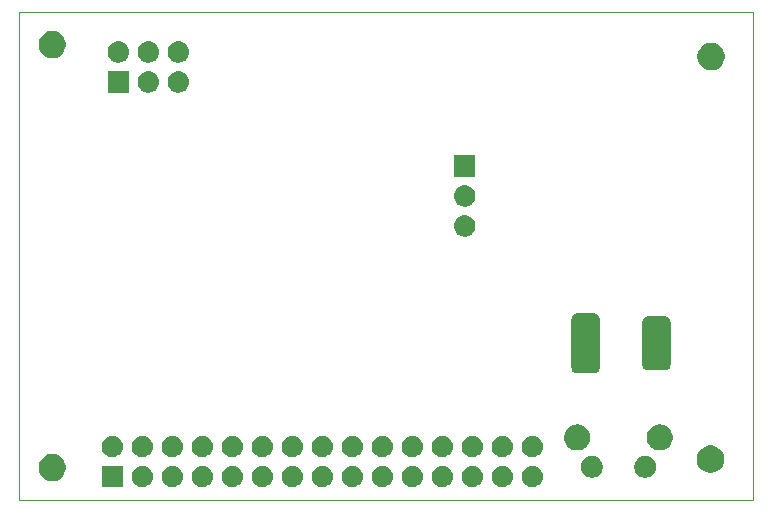
<source format=gbr>
G04 #@! TF.GenerationSoftware,KiCad,Pcbnew,(6.0.0-rc1-dev-1030-g80d50d98b)*
G04 #@! TF.CreationDate,2019-01-07T10:15:23-07:00*
G04 #@! TF.ProjectId,airmed_board_w1.0,6169726D65645F626F6172645F77312E,rev?*
G04 #@! TF.SameCoordinates,Original*
G04 #@! TF.FileFunction,Soldermask,Bot*
G04 #@! TF.FilePolarity,Negative*
%FSLAX46Y46*%
G04 Gerber Fmt 4.6, Leading zero omitted, Abs format (unit mm)*
G04 Created by KiCad (PCBNEW (6.0.0-rc1-dev-1030-g80d50d98b)) date Monday, January 07, 2019 at 10:15:23 AM*
%MOMM*%
%LPD*%
G01*
G04 APERTURE LIST*
%ADD10C,0.050000*%
%ADD11C,0.100000*%
G04 APERTURE END LIST*
D10*
X113487200Y-131826000D02*
X113487200Y-116027200D01*
X175641000Y-131826000D02*
X113487200Y-131826000D01*
X175641000Y-90474800D02*
X175641000Y-131826000D01*
X113487200Y-90474800D02*
X175641000Y-90474800D01*
X113487200Y-91948000D02*
X113487200Y-90474800D01*
X113487200Y-116027200D02*
X113487200Y-91948000D01*
D11*
G36*
X157082442Y-128899518D02*
X157148627Y-128906037D01*
X157261853Y-128940384D01*
X157318467Y-128957557D01*
X157457087Y-129031652D01*
X157474991Y-129041222D01*
X157491198Y-129054523D01*
X157612186Y-129153814D01*
X157692193Y-129251304D01*
X157724778Y-129291009D01*
X157724779Y-129291011D01*
X157808443Y-129447533D01*
X157808443Y-129447534D01*
X157859963Y-129617373D01*
X157877359Y-129794000D01*
X157859963Y-129970627D01*
X157825616Y-130083853D01*
X157808443Y-130140467D01*
X157785708Y-130183000D01*
X157724778Y-130296991D01*
X157695448Y-130332729D01*
X157612186Y-130434186D01*
X157510729Y-130517448D01*
X157474991Y-130546778D01*
X157474989Y-130546779D01*
X157318467Y-130630443D01*
X157261853Y-130647616D01*
X157148627Y-130681963D01*
X157082443Y-130688481D01*
X157016260Y-130695000D01*
X156927740Y-130695000D01*
X156861557Y-130688481D01*
X156795373Y-130681963D01*
X156682147Y-130647616D01*
X156625533Y-130630443D01*
X156469011Y-130546779D01*
X156469009Y-130546778D01*
X156433271Y-130517448D01*
X156331814Y-130434186D01*
X156248552Y-130332729D01*
X156219222Y-130296991D01*
X156158292Y-130183000D01*
X156135557Y-130140467D01*
X156118384Y-130083853D01*
X156084037Y-129970627D01*
X156066641Y-129794000D01*
X156084037Y-129617373D01*
X156135557Y-129447534D01*
X156135557Y-129447533D01*
X156219221Y-129291011D01*
X156219222Y-129291009D01*
X156251807Y-129251304D01*
X156331814Y-129153814D01*
X156452802Y-129054523D01*
X156469009Y-129041222D01*
X156486913Y-129031652D01*
X156625533Y-128957557D01*
X156682147Y-128940384D01*
X156795373Y-128906037D01*
X156861558Y-128899518D01*
X156927740Y-128893000D01*
X157016260Y-128893000D01*
X157082442Y-128899518D01*
X157082442Y-128899518D01*
G37*
G36*
X154542442Y-128899518D02*
X154608627Y-128906037D01*
X154721853Y-128940384D01*
X154778467Y-128957557D01*
X154917087Y-129031652D01*
X154934991Y-129041222D01*
X154951198Y-129054523D01*
X155072186Y-129153814D01*
X155152193Y-129251304D01*
X155184778Y-129291009D01*
X155184779Y-129291011D01*
X155268443Y-129447533D01*
X155268443Y-129447534D01*
X155319963Y-129617373D01*
X155337359Y-129794000D01*
X155319963Y-129970627D01*
X155285616Y-130083853D01*
X155268443Y-130140467D01*
X155245708Y-130183000D01*
X155184778Y-130296991D01*
X155155448Y-130332729D01*
X155072186Y-130434186D01*
X154970729Y-130517448D01*
X154934991Y-130546778D01*
X154934989Y-130546779D01*
X154778467Y-130630443D01*
X154721853Y-130647616D01*
X154608627Y-130681963D01*
X154542443Y-130688481D01*
X154476260Y-130695000D01*
X154387740Y-130695000D01*
X154321557Y-130688481D01*
X154255373Y-130681963D01*
X154142147Y-130647616D01*
X154085533Y-130630443D01*
X153929011Y-130546779D01*
X153929009Y-130546778D01*
X153893271Y-130517448D01*
X153791814Y-130434186D01*
X153708552Y-130332729D01*
X153679222Y-130296991D01*
X153618292Y-130183000D01*
X153595557Y-130140467D01*
X153578384Y-130083853D01*
X153544037Y-129970627D01*
X153526641Y-129794000D01*
X153544037Y-129617373D01*
X153595557Y-129447534D01*
X153595557Y-129447533D01*
X153679221Y-129291011D01*
X153679222Y-129291009D01*
X153711807Y-129251304D01*
X153791814Y-129153814D01*
X153912802Y-129054523D01*
X153929009Y-129041222D01*
X153946913Y-129031652D01*
X154085533Y-128957557D01*
X154142147Y-128940384D01*
X154255373Y-128906037D01*
X154321558Y-128899518D01*
X154387740Y-128893000D01*
X154476260Y-128893000D01*
X154542442Y-128899518D01*
X154542442Y-128899518D01*
G37*
G36*
X152002442Y-128899518D02*
X152068627Y-128906037D01*
X152181853Y-128940384D01*
X152238467Y-128957557D01*
X152377087Y-129031652D01*
X152394991Y-129041222D01*
X152411198Y-129054523D01*
X152532186Y-129153814D01*
X152612193Y-129251304D01*
X152644778Y-129291009D01*
X152644779Y-129291011D01*
X152728443Y-129447533D01*
X152728443Y-129447534D01*
X152779963Y-129617373D01*
X152797359Y-129794000D01*
X152779963Y-129970627D01*
X152745616Y-130083853D01*
X152728443Y-130140467D01*
X152705708Y-130183000D01*
X152644778Y-130296991D01*
X152615448Y-130332729D01*
X152532186Y-130434186D01*
X152430729Y-130517448D01*
X152394991Y-130546778D01*
X152394989Y-130546779D01*
X152238467Y-130630443D01*
X152181853Y-130647616D01*
X152068627Y-130681963D01*
X152002443Y-130688481D01*
X151936260Y-130695000D01*
X151847740Y-130695000D01*
X151781557Y-130688481D01*
X151715373Y-130681963D01*
X151602147Y-130647616D01*
X151545533Y-130630443D01*
X151389011Y-130546779D01*
X151389009Y-130546778D01*
X151353271Y-130517448D01*
X151251814Y-130434186D01*
X151168552Y-130332729D01*
X151139222Y-130296991D01*
X151078292Y-130183000D01*
X151055557Y-130140467D01*
X151038384Y-130083853D01*
X151004037Y-129970627D01*
X150986641Y-129794000D01*
X151004037Y-129617373D01*
X151055557Y-129447534D01*
X151055557Y-129447533D01*
X151139221Y-129291011D01*
X151139222Y-129291009D01*
X151171807Y-129251304D01*
X151251814Y-129153814D01*
X151372802Y-129054523D01*
X151389009Y-129041222D01*
X151406913Y-129031652D01*
X151545533Y-128957557D01*
X151602147Y-128940384D01*
X151715373Y-128906037D01*
X151781558Y-128899518D01*
X151847740Y-128893000D01*
X151936260Y-128893000D01*
X152002442Y-128899518D01*
X152002442Y-128899518D01*
G37*
G36*
X149462442Y-128899518D02*
X149528627Y-128906037D01*
X149641853Y-128940384D01*
X149698467Y-128957557D01*
X149837087Y-129031652D01*
X149854991Y-129041222D01*
X149871198Y-129054523D01*
X149992186Y-129153814D01*
X150072193Y-129251304D01*
X150104778Y-129291009D01*
X150104779Y-129291011D01*
X150188443Y-129447533D01*
X150188443Y-129447534D01*
X150239963Y-129617373D01*
X150257359Y-129794000D01*
X150239963Y-129970627D01*
X150205616Y-130083853D01*
X150188443Y-130140467D01*
X150165708Y-130183000D01*
X150104778Y-130296991D01*
X150075448Y-130332729D01*
X149992186Y-130434186D01*
X149890729Y-130517448D01*
X149854991Y-130546778D01*
X149854989Y-130546779D01*
X149698467Y-130630443D01*
X149641853Y-130647616D01*
X149528627Y-130681963D01*
X149462443Y-130688481D01*
X149396260Y-130695000D01*
X149307740Y-130695000D01*
X149241557Y-130688481D01*
X149175373Y-130681963D01*
X149062147Y-130647616D01*
X149005533Y-130630443D01*
X148849011Y-130546779D01*
X148849009Y-130546778D01*
X148813271Y-130517448D01*
X148711814Y-130434186D01*
X148628552Y-130332729D01*
X148599222Y-130296991D01*
X148538292Y-130183000D01*
X148515557Y-130140467D01*
X148498384Y-130083853D01*
X148464037Y-129970627D01*
X148446641Y-129794000D01*
X148464037Y-129617373D01*
X148515557Y-129447534D01*
X148515557Y-129447533D01*
X148599221Y-129291011D01*
X148599222Y-129291009D01*
X148631807Y-129251304D01*
X148711814Y-129153814D01*
X148832802Y-129054523D01*
X148849009Y-129041222D01*
X148866913Y-129031652D01*
X149005533Y-128957557D01*
X149062147Y-128940384D01*
X149175373Y-128906037D01*
X149241558Y-128899518D01*
X149307740Y-128893000D01*
X149396260Y-128893000D01*
X149462442Y-128899518D01*
X149462442Y-128899518D01*
G37*
G36*
X146922442Y-128899518D02*
X146988627Y-128906037D01*
X147101853Y-128940384D01*
X147158467Y-128957557D01*
X147297087Y-129031652D01*
X147314991Y-129041222D01*
X147331198Y-129054523D01*
X147452186Y-129153814D01*
X147532193Y-129251304D01*
X147564778Y-129291009D01*
X147564779Y-129291011D01*
X147648443Y-129447533D01*
X147648443Y-129447534D01*
X147699963Y-129617373D01*
X147717359Y-129794000D01*
X147699963Y-129970627D01*
X147665616Y-130083853D01*
X147648443Y-130140467D01*
X147625708Y-130183000D01*
X147564778Y-130296991D01*
X147535448Y-130332729D01*
X147452186Y-130434186D01*
X147350729Y-130517448D01*
X147314991Y-130546778D01*
X147314989Y-130546779D01*
X147158467Y-130630443D01*
X147101853Y-130647616D01*
X146988627Y-130681963D01*
X146922443Y-130688481D01*
X146856260Y-130695000D01*
X146767740Y-130695000D01*
X146701557Y-130688481D01*
X146635373Y-130681963D01*
X146522147Y-130647616D01*
X146465533Y-130630443D01*
X146309011Y-130546779D01*
X146309009Y-130546778D01*
X146273271Y-130517448D01*
X146171814Y-130434186D01*
X146088552Y-130332729D01*
X146059222Y-130296991D01*
X145998292Y-130183000D01*
X145975557Y-130140467D01*
X145958384Y-130083853D01*
X145924037Y-129970627D01*
X145906641Y-129794000D01*
X145924037Y-129617373D01*
X145975557Y-129447534D01*
X145975557Y-129447533D01*
X146059221Y-129291011D01*
X146059222Y-129291009D01*
X146091807Y-129251304D01*
X146171814Y-129153814D01*
X146292802Y-129054523D01*
X146309009Y-129041222D01*
X146326913Y-129031652D01*
X146465533Y-128957557D01*
X146522147Y-128940384D01*
X146635373Y-128906037D01*
X146701558Y-128899518D01*
X146767740Y-128893000D01*
X146856260Y-128893000D01*
X146922442Y-128899518D01*
X146922442Y-128899518D01*
G37*
G36*
X144382442Y-128899518D02*
X144448627Y-128906037D01*
X144561853Y-128940384D01*
X144618467Y-128957557D01*
X144757087Y-129031652D01*
X144774991Y-129041222D01*
X144791198Y-129054523D01*
X144912186Y-129153814D01*
X144992193Y-129251304D01*
X145024778Y-129291009D01*
X145024779Y-129291011D01*
X145108443Y-129447533D01*
X145108443Y-129447534D01*
X145159963Y-129617373D01*
X145177359Y-129794000D01*
X145159963Y-129970627D01*
X145125616Y-130083853D01*
X145108443Y-130140467D01*
X145085708Y-130183000D01*
X145024778Y-130296991D01*
X144995448Y-130332729D01*
X144912186Y-130434186D01*
X144810729Y-130517448D01*
X144774991Y-130546778D01*
X144774989Y-130546779D01*
X144618467Y-130630443D01*
X144561853Y-130647616D01*
X144448627Y-130681963D01*
X144382443Y-130688481D01*
X144316260Y-130695000D01*
X144227740Y-130695000D01*
X144161557Y-130688481D01*
X144095373Y-130681963D01*
X143982147Y-130647616D01*
X143925533Y-130630443D01*
X143769011Y-130546779D01*
X143769009Y-130546778D01*
X143733271Y-130517448D01*
X143631814Y-130434186D01*
X143548552Y-130332729D01*
X143519222Y-130296991D01*
X143458292Y-130183000D01*
X143435557Y-130140467D01*
X143418384Y-130083853D01*
X143384037Y-129970627D01*
X143366641Y-129794000D01*
X143384037Y-129617373D01*
X143435557Y-129447534D01*
X143435557Y-129447533D01*
X143519221Y-129291011D01*
X143519222Y-129291009D01*
X143551807Y-129251304D01*
X143631814Y-129153814D01*
X143752802Y-129054523D01*
X143769009Y-129041222D01*
X143786913Y-129031652D01*
X143925533Y-128957557D01*
X143982147Y-128940384D01*
X144095373Y-128906037D01*
X144161558Y-128899518D01*
X144227740Y-128893000D01*
X144316260Y-128893000D01*
X144382442Y-128899518D01*
X144382442Y-128899518D01*
G37*
G36*
X141842442Y-128899518D02*
X141908627Y-128906037D01*
X142021853Y-128940384D01*
X142078467Y-128957557D01*
X142217087Y-129031652D01*
X142234991Y-129041222D01*
X142251198Y-129054523D01*
X142372186Y-129153814D01*
X142452193Y-129251304D01*
X142484778Y-129291009D01*
X142484779Y-129291011D01*
X142568443Y-129447533D01*
X142568443Y-129447534D01*
X142619963Y-129617373D01*
X142637359Y-129794000D01*
X142619963Y-129970627D01*
X142585616Y-130083853D01*
X142568443Y-130140467D01*
X142545708Y-130183000D01*
X142484778Y-130296991D01*
X142455448Y-130332729D01*
X142372186Y-130434186D01*
X142270729Y-130517448D01*
X142234991Y-130546778D01*
X142234989Y-130546779D01*
X142078467Y-130630443D01*
X142021853Y-130647616D01*
X141908627Y-130681963D01*
X141842443Y-130688481D01*
X141776260Y-130695000D01*
X141687740Y-130695000D01*
X141621557Y-130688481D01*
X141555373Y-130681963D01*
X141442147Y-130647616D01*
X141385533Y-130630443D01*
X141229011Y-130546779D01*
X141229009Y-130546778D01*
X141193271Y-130517448D01*
X141091814Y-130434186D01*
X141008552Y-130332729D01*
X140979222Y-130296991D01*
X140918292Y-130183000D01*
X140895557Y-130140467D01*
X140878384Y-130083853D01*
X140844037Y-129970627D01*
X140826641Y-129794000D01*
X140844037Y-129617373D01*
X140895557Y-129447534D01*
X140895557Y-129447533D01*
X140979221Y-129291011D01*
X140979222Y-129291009D01*
X141011807Y-129251304D01*
X141091814Y-129153814D01*
X141212802Y-129054523D01*
X141229009Y-129041222D01*
X141246913Y-129031652D01*
X141385533Y-128957557D01*
X141442147Y-128940384D01*
X141555373Y-128906037D01*
X141621558Y-128899518D01*
X141687740Y-128893000D01*
X141776260Y-128893000D01*
X141842442Y-128899518D01*
X141842442Y-128899518D01*
G37*
G36*
X139302442Y-128899518D02*
X139368627Y-128906037D01*
X139481853Y-128940384D01*
X139538467Y-128957557D01*
X139677087Y-129031652D01*
X139694991Y-129041222D01*
X139711198Y-129054523D01*
X139832186Y-129153814D01*
X139912193Y-129251304D01*
X139944778Y-129291009D01*
X139944779Y-129291011D01*
X140028443Y-129447533D01*
X140028443Y-129447534D01*
X140079963Y-129617373D01*
X140097359Y-129794000D01*
X140079963Y-129970627D01*
X140045616Y-130083853D01*
X140028443Y-130140467D01*
X140005708Y-130183000D01*
X139944778Y-130296991D01*
X139915448Y-130332729D01*
X139832186Y-130434186D01*
X139730729Y-130517448D01*
X139694991Y-130546778D01*
X139694989Y-130546779D01*
X139538467Y-130630443D01*
X139481853Y-130647616D01*
X139368627Y-130681963D01*
X139302443Y-130688481D01*
X139236260Y-130695000D01*
X139147740Y-130695000D01*
X139081557Y-130688481D01*
X139015373Y-130681963D01*
X138902147Y-130647616D01*
X138845533Y-130630443D01*
X138689011Y-130546779D01*
X138689009Y-130546778D01*
X138653271Y-130517448D01*
X138551814Y-130434186D01*
X138468552Y-130332729D01*
X138439222Y-130296991D01*
X138378292Y-130183000D01*
X138355557Y-130140467D01*
X138338384Y-130083853D01*
X138304037Y-129970627D01*
X138286641Y-129794000D01*
X138304037Y-129617373D01*
X138355557Y-129447534D01*
X138355557Y-129447533D01*
X138439221Y-129291011D01*
X138439222Y-129291009D01*
X138471807Y-129251304D01*
X138551814Y-129153814D01*
X138672802Y-129054523D01*
X138689009Y-129041222D01*
X138706913Y-129031652D01*
X138845533Y-128957557D01*
X138902147Y-128940384D01*
X139015373Y-128906037D01*
X139081558Y-128899518D01*
X139147740Y-128893000D01*
X139236260Y-128893000D01*
X139302442Y-128899518D01*
X139302442Y-128899518D01*
G37*
G36*
X136762442Y-128899518D02*
X136828627Y-128906037D01*
X136941853Y-128940384D01*
X136998467Y-128957557D01*
X137137087Y-129031652D01*
X137154991Y-129041222D01*
X137171198Y-129054523D01*
X137292186Y-129153814D01*
X137372193Y-129251304D01*
X137404778Y-129291009D01*
X137404779Y-129291011D01*
X137488443Y-129447533D01*
X137488443Y-129447534D01*
X137539963Y-129617373D01*
X137557359Y-129794000D01*
X137539963Y-129970627D01*
X137505616Y-130083853D01*
X137488443Y-130140467D01*
X137465708Y-130183000D01*
X137404778Y-130296991D01*
X137375448Y-130332729D01*
X137292186Y-130434186D01*
X137190729Y-130517448D01*
X137154991Y-130546778D01*
X137154989Y-130546779D01*
X136998467Y-130630443D01*
X136941853Y-130647616D01*
X136828627Y-130681963D01*
X136762443Y-130688481D01*
X136696260Y-130695000D01*
X136607740Y-130695000D01*
X136541557Y-130688481D01*
X136475373Y-130681963D01*
X136362147Y-130647616D01*
X136305533Y-130630443D01*
X136149011Y-130546779D01*
X136149009Y-130546778D01*
X136113271Y-130517448D01*
X136011814Y-130434186D01*
X135928552Y-130332729D01*
X135899222Y-130296991D01*
X135838292Y-130183000D01*
X135815557Y-130140467D01*
X135798384Y-130083853D01*
X135764037Y-129970627D01*
X135746641Y-129794000D01*
X135764037Y-129617373D01*
X135815557Y-129447534D01*
X135815557Y-129447533D01*
X135899221Y-129291011D01*
X135899222Y-129291009D01*
X135931807Y-129251304D01*
X136011814Y-129153814D01*
X136132802Y-129054523D01*
X136149009Y-129041222D01*
X136166913Y-129031652D01*
X136305533Y-128957557D01*
X136362147Y-128940384D01*
X136475373Y-128906037D01*
X136541558Y-128899518D01*
X136607740Y-128893000D01*
X136696260Y-128893000D01*
X136762442Y-128899518D01*
X136762442Y-128899518D01*
G37*
G36*
X134222442Y-128899518D02*
X134288627Y-128906037D01*
X134401853Y-128940384D01*
X134458467Y-128957557D01*
X134597087Y-129031652D01*
X134614991Y-129041222D01*
X134631198Y-129054523D01*
X134752186Y-129153814D01*
X134832193Y-129251304D01*
X134864778Y-129291009D01*
X134864779Y-129291011D01*
X134948443Y-129447533D01*
X134948443Y-129447534D01*
X134999963Y-129617373D01*
X135017359Y-129794000D01*
X134999963Y-129970627D01*
X134965616Y-130083853D01*
X134948443Y-130140467D01*
X134925708Y-130183000D01*
X134864778Y-130296991D01*
X134835448Y-130332729D01*
X134752186Y-130434186D01*
X134650729Y-130517448D01*
X134614991Y-130546778D01*
X134614989Y-130546779D01*
X134458467Y-130630443D01*
X134401853Y-130647616D01*
X134288627Y-130681963D01*
X134222443Y-130688481D01*
X134156260Y-130695000D01*
X134067740Y-130695000D01*
X134001557Y-130688481D01*
X133935373Y-130681963D01*
X133822147Y-130647616D01*
X133765533Y-130630443D01*
X133609011Y-130546779D01*
X133609009Y-130546778D01*
X133573271Y-130517448D01*
X133471814Y-130434186D01*
X133388552Y-130332729D01*
X133359222Y-130296991D01*
X133298292Y-130183000D01*
X133275557Y-130140467D01*
X133258384Y-130083853D01*
X133224037Y-129970627D01*
X133206641Y-129794000D01*
X133224037Y-129617373D01*
X133275557Y-129447534D01*
X133275557Y-129447533D01*
X133359221Y-129291011D01*
X133359222Y-129291009D01*
X133391807Y-129251304D01*
X133471814Y-129153814D01*
X133592802Y-129054523D01*
X133609009Y-129041222D01*
X133626913Y-129031652D01*
X133765533Y-128957557D01*
X133822147Y-128940384D01*
X133935373Y-128906037D01*
X134001558Y-128899518D01*
X134067740Y-128893000D01*
X134156260Y-128893000D01*
X134222442Y-128899518D01*
X134222442Y-128899518D01*
G37*
G36*
X131682442Y-128899518D02*
X131748627Y-128906037D01*
X131861853Y-128940384D01*
X131918467Y-128957557D01*
X132057087Y-129031652D01*
X132074991Y-129041222D01*
X132091198Y-129054523D01*
X132212186Y-129153814D01*
X132292193Y-129251304D01*
X132324778Y-129291009D01*
X132324779Y-129291011D01*
X132408443Y-129447533D01*
X132408443Y-129447534D01*
X132459963Y-129617373D01*
X132477359Y-129794000D01*
X132459963Y-129970627D01*
X132425616Y-130083853D01*
X132408443Y-130140467D01*
X132385708Y-130183000D01*
X132324778Y-130296991D01*
X132295448Y-130332729D01*
X132212186Y-130434186D01*
X132110729Y-130517448D01*
X132074991Y-130546778D01*
X132074989Y-130546779D01*
X131918467Y-130630443D01*
X131861853Y-130647616D01*
X131748627Y-130681963D01*
X131682443Y-130688481D01*
X131616260Y-130695000D01*
X131527740Y-130695000D01*
X131461557Y-130688481D01*
X131395373Y-130681963D01*
X131282147Y-130647616D01*
X131225533Y-130630443D01*
X131069011Y-130546779D01*
X131069009Y-130546778D01*
X131033271Y-130517448D01*
X130931814Y-130434186D01*
X130848552Y-130332729D01*
X130819222Y-130296991D01*
X130758292Y-130183000D01*
X130735557Y-130140467D01*
X130718384Y-130083853D01*
X130684037Y-129970627D01*
X130666641Y-129794000D01*
X130684037Y-129617373D01*
X130735557Y-129447534D01*
X130735557Y-129447533D01*
X130819221Y-129291011D01*
X130819222Y-129291009D01*
X130851807Y-129251304D01*
X130931814Y-129153814D01*
X131052802Y-129054523D01*
X131069009Y-129041222D01*
X131086913Y-129031652D01*
X131225533Y-128957557D01*
X131282147Y-128940384D01*
X131395373Y-128906037D01*
X131461558Y-128899518D01*
X131527740Y-128893000D01*
X131616260Y-128893000D01*
X131682442Y-128899518D01*
X131682442Y-128899518D01*
G37*
G36*
X129142442Y-128899518D02*
X129208627Y-128906037D01*
X129321853Y-128940384D01*
X129378467Y-128957557D01*
X129517087Y-129031652D01*
X129534991Y-129041222D01*
X129551198Y-129054523D01*
X129672186Y-129153814D01*
X129752193Y-129251304D01*
X129784778Y-129291009D01*
X129784779Y-129291011D01*
X129868443Y-129447533D01*
X129868443Y-129447534D01*
X129919963Y-129617373D01*
X129937359Y-129794000D01*
X129919963Y-129970627D01*
X129885616Y-130083853D01*
X129868443Y-130140467D01*
X129845708Y-130183000D01*
X129784778Y-130296991D01*
X129755448Y-130332729D01*
X129672186Y-130434186D01*
X129570729Y-130517448D01*
X129534991Y-130546778D01*
X129534989Y-130546779D01*
X129378467Y-130630443D01*
X129321853Y-130647616D01*
X129208627Y-130681963D01*
X129142443Y-130688481D01*
X129076260Y-130695000D01*
X128987740Y-130695000D01*
X128921557Y-130688481D01*
X128855373Y-130681963D01*
X128742147Y-130647616D01*
X128685533Y-130630443D01*
X128529011Y-130546779D01*
X128529009Y-130546778D01*
X128493271Y-130517448D01*
X128391814Y-130434186D01*
X128308552Y-130332729D01*
X128279222Y-130296991D01*
X128218292Y-130183000D01*
X128195557Y-130140467D01*
X128178384Y-130083853D01*
X128144037Y-129970627D01*
X128126641Y-129794000D01*
X128144037Y-129617373D01*
X128195557Y-129447534D01*
X128195557Y-129447533D01*
X128279221Y-129291011D01*
X128279222Y-129291009D01*
X128311807Y-129251304D01*
X128391814Y-129153814D01*
X128512802Y-129054523D01*
X128529009Y-129041222D01*
X128546913Y-129031652D01*
X128685533Y-128957557D01*
X128742147Y-128940384D01*
X128855373Y-128906037D01*
X128921558Y-128899518D01*
X128987740Y-128893000D01*
X129076260Y-128893000D01*
X129142442Y-128899518D01*
X129142442Y-128899518D01*
G37*
G36*
X126602442Y-128899518D02*
X126668627Y-128906037D01*
X126781853Y-128940384D01*
X126838467Y-128957557D01*
X126977087Y-129031652D01*
X126994991Y-129041222D01*
X127011198Y-129054523D01*
X127132186Y-129153814D01*
X127212193Y-129251304D01*
X127244778Y-129291009D01*
X127244779Y-129291011D01*
X127328443Y-129447533D01*
X127328443Y-129447534D01*
X127379963Y-129617373D01*
X127397359Y-129794000D01*
X127379963Y-129970627D01*
X127345616Y-130083853D01*
X127328443Y-130140467D01*
X127305708Y-130183000D01*
X127244778Y-130296991D01*
X127215448Y-130332729D01*
X127132186Y-130434186D01*
X127030729Y-130517448D01*
X126994991Y-130546778D01*
X126994989Y-130546779D01*
X126838467Y-130630443D01*
X126781853Y-130647616D01*
X126668627Y-130681963D01*
X126602443Y-130688481D01*
X126536260Y-130695000D01*
X126447740Y-130695000D01*
X126381557Y-130688481D01*
X126315373Y-130681963D01*
X126202147Y-130647616D01*
X126145533Y-130630443D01*
X125989011Y-130546779D01*
X125989009Y-130546778D01*
X125953271Y-130517448D01*
X125851814Y-130434186D01*
X125768552Y-130332729D01*
X125739222Y-130296991D01*
X125678292Y-130183000D01*
X125655557Y-130140467D01*
X125638384Y-130083853D01*
X125604037Y-129970627D01*
X125586641Y-129794000D01*
X125604037Y-129617373D01*
X125655557Y-129447534D01*
X125655557Y-129447533D01*
X125739221Y-129291011D01*
X125739222Y-129291009D01*
X125771807Y-129251304D01*
X125851814Y-129153814D01*
X125972802Y-129054523D01*
X125989009Y-129041222D01*
X126006913Y-129031652D01*
X126145533Y-128957557D01*
X126202147Y-128940384D01*
X126315373Y-128906037D01*
X126381558Y-128899518D01*
X126447740Y-128893000D01*
X126536260Y-128893000D01*
X126602442Y-128899518D01*
X126602442Y-128899518D01*
G37*
G36*
X124062442Y-128899518D02*
X124128627Y-128906037D01*
X124241853Y-128940384D01*
X124298467Y-128957557D01*
X124437087Y-129031652D01*
X124454991Y-129041222D01*
X124471198Y-129054523D01*
X124592186Y-129153814D01*
X124672193Y-129251304D01*
X124704778Y-129291009D01*
X124704779Y-129291011D01*
X124788443Y-129447533D01*
X124788443Y-129447534D01*
X124839963Y-129617373D01*
X124857359Y-129794000D01*
X124839963Y-129970627D01*
X124805616Y-130083853D01*
X124788443Y-130140467D01*
X124765708Y-130183000D01*
X124704778Y-130296991D01*
X124675448Y-130332729D01*
X124592186Y-130434186D01*
X124490729Y-130517448D01*
X124454991Y-130546778D01*
X124454989Y-130546779D01*
X124298467Y-130630443D01*
X124241853Y-130647616D01*
X124128627Y-130681963D01*
X124062443Y-130688481D01*
X123996260Y-130695000D01*
X123907740Y-130695000D01*
X123841557Y-130688481D01*
X123775373Y-130681963D01*
X123662147Y-130647616D01*
X123605533Y-130630443D01*
X123449011Y-130546779D01*
X123449009Y-130546778D01*
X123413271Y-130517448D01*
X123311814Y-130434186D01*
X123228552Y-130332729D01*
X123199222Y-130296991D01*
X123138292Y-130183000D01*
X123115557Y-130140467D01*
X123098384Y-130083853D01*
X123064037Y-129970627D01*
X123046641Y-129794000D01*
X123064037Y-129617373D01*
X123115557Y-129447534D01*
X123115557Y-129447533D01*
X123199221Y-129291011D01*
X123199222Y-129291009D01*
X123231807Y-129251304D01*
X123311814Y-129153814D01*
X123432802Y-129054523D01*
X123449009Y-129041222D01*
X123466913Y-129031652D01*
X123605533Y-128957557D01*
X123662147Y-128940384D01*
X123775373Y-128906037D01*
X123841558Y-128899518D01*
X123907740Y-128893000D01*
X123996260Y-128893000D01*
X124062442Y-128899518D01*
X124062442Y-128899518D01*
G37*
G36*
X122313000Y-130695000D02*
X120511000Y-130695000D01*
X120511000Y-128893000D01*
X122313000Y-128893000D01*
X122313000Y-130695000D01*
X122313000Y-130695000D01*
G37*
G36*
X116667734Y-127925232D02*
X116877202Y-128011996D01*
X117065723Y-128137962D01*
X117226038Y-128298277D01*
X117352004Y-128486798D01*
X117438768Y-128696266D01*
X117483000Y-128918635D01*
X117483000Y-129145365D01*
X117438768Y-129367734D01*
X117352004Y-129577202D01*
X117226038Y-129765723D01*
X117065723Y-129926038D01*
X116877202Y-130052004D01*
X116667734Y-130138768D01*
X116445365Y-130183000D01*
X116218635Y-130183000D01*
X115996266Y-130138768D01*
X115786798Y-130052004D01*
X115598277Y-129926038D01*
X115437962Y-129765723D01*
X115311996Y-129577202D01*
X115225232Y-129367734D01*
X115181000Y-129145365D01*
X115181000Y-128918635D01*
X115225232Y-128696266D01*
X115311996Y-128486798D01*
X115437962Y-128298277D01*
X115598277Y-128137962D01*
X115786798Y-128011996D01*
X115996266Y-127925232D01*
X116218635Y-127881000D01*
X116445365Y-127881000D01*
X116667734Y-127925232D01*
X116667734Y-127925232D01*
G37*
G36*
X166792504Y-128090785D02*
X166961026Y-128160589D01*
X167112691Y-128261928D01*
X167241672Y-128390909D01*
X167343011Y-128542574D01*
X167412815Y-128711096D01*
X167448400Y-128889997D01*
X167448400Y-129072403D01*
X167412815Y-129251304D01*
X167343011Y-129419826D01*
X167241672Y-129571491D01*
X167112691Y-129700472D01*
X166961026Y-129801811D01*
X166792504Y-129871615D01*
X166613603Y-129907200D01*
X166431197Y-129907200D01*
X166252296Y-129871615D01*
X166083774Y-129801811D01*
X165932109Y-129700472D01*
X165803128Y-129571491D01*
X165701789Y-129419826D01*
X165631985Y-129251304D01*
X165596400Y-129072403D01*
X165596400Y-128889997D01*
X165631985Y-128711096D01*
X165701789Y-128542574D01*
X165803128Y-128390909D01*
X165932109Y-128261928D01*
X166083774Y-128160589D01*
X166252296Y-128090785D01*
X166431197Y-128055200D01*
X166613603Y-128055200D01*
X166792504Y-128090785D01*
X166792504Y-128090785D01*
G37*
G36*
X162292504Y-128090785D02*
X162461026Y-128160589D01*
X162612691Y-128261928D01*
X162741672Y-128390909D01*
X162843011Y-128542574D01*
X162912815Y-128711096D01*
X162948400Y-128889997D01*
X162948400Y-129072403D01*
X162912815Y-129251304D01*
X162843011Y-129419826D01*
X162741672Y-129571491D01*
X162612691Y-129700472D01*
X162461026Y-129801811D01*
X162292504Y-129871615D01*
X162113603Y-129907200D01*
X161931197Y-129907200D01*
X161752296Y-129871615D01*
X161583774Y-129801811D01*
X161432109Y-129700472D01*
X161303128Y-129571491D01*
X161201789Y-129419826D01*
X161131985Y-129251304D01*
X161096400Y-129072403D01*
X161096400Y-128889997D01*
X161131985Y-128711096D01*
X161201789Y-128542574D01*
X161303128Y-128390909D01*
X161432109Y-128261928D01*
X161583774Y-128160589D01*
X161752296Y-128090785D01*
X161931197Y-128055200D01*
X162113603Y-128055200D01*
X162292504Y-128090785D01*
X162292504Y-128090785D01*
G37*
G36*
X172395334Y-127214032D02*
X172604802Y-127300796D01*
X172793323Y-127426762D01*
X172953638Y-127587077D01*
X173079604Y-127775598D01*
X173166368Y-127985066D01*
X173210600Y-128207435D01*
X173210600Y-128434165D01*
X173166368Y-128656534D01*
X173079604Y-128866002D01*
X172953638Y-129054523D01*
X172793323Y-129214838D01*
X172604802Y-129340804D01*
X172395334Y-129427568D01*
X172172965Y-129471800D01*
X171946235Y-129471800D01*
X171723866Y-129427568D01*
X171514398Y-129340804D01*
X171325877Y-129214838D01*
X171165562Y-129054523D01*
X171039596Y-128866002D01*
X170952832Y-128656534D01*
X170908600Y-128434165D01*
X170908600Y-128207435D01*
X170952832Y-127985066D01*
X171039596Y-127775598D01*
X171165562Y-127587077D01*
X171325877Y-127426762D01*
X171514398Y-127300796D01*
X171723866Y-127214032D01*
X171946235Y-127169800D01*
X172172965Y-127169800D01*
X172395334Y-127214032D01*
X172395334Y-127214032D01*
G37*
G36*
X144382443Y-126359519D02*
X144448627Y-126366037D01*
X144561853Y-126400384D01*
X144618467Y-126417557D01*
X144757087Y-126491652D01*
X144774991Y-126501222D01*
X144810729Y-126530552D01*
X144912186Y-126613814D01*
X144995448Y-126715271D01*
X145024778Y-126751009D01*
X145024779Y-126751011D01*
X145108443Y-126907533D01*
X145108443Y-126907534D01*
X145159963Y-127077373D01*
X145177359Y-127254000D01*
X145159963Y-127430627D01*
X145148961Y-127466895D01*
X145108443Y-127600467D01*
X145034348Y-127739087D01*
X145024778Y-127756991D01*
X144995448Y-127792729D01*
X144912186Y-127894186D01*
X144810729Y-127977448D01*
X144774991Y-128006778D01*
X144774989Y-128006779D01*
X144618467Y-128090443D01*
X144561853Y-128107616D01*
X144448627Y-128141963D01*
X144382443Y-128148481D01*
X144316260Y-128155000D01*
X144227740Y-128155000D01*
X144161557Y-128148481D01*
X144095373Y-128141963D01*
X143982147Y-128107616D01*
X143925533Y-128090443D01*
X143769011Y-128006779D01*
X143769009Y-128006778D01*
X143733271Y-127977448D01*
X143631814Y-127894186D01*
X143548552Y-127792729D01*
X143519222Y-127756991D01*
X143509652Y-127739087D01*
X143435557Y-127600467D01*
X143395039Y-127466895D01*
X143384037Y-127430627D01*
X143366641Y-127254000D01*
X143384037Y-127077373D01*
X143435557Y-126907534D01*
X143435557Y-126907533D01*
X143519221Y-126751011D01*
X143519222Y-126751009D01*
X143548552Y-126715271D01*
X143631814Y-126613814D01*
X143733271Y-126530552D01*
X143769009Y-126501222D01*
X143786913Y-126491652D01*
X143925533Y-126417557D01*
X143982147Y-126400384D01*
X144095373Y-126366037D01*
X144161557Y-126359519D01*
X144227740Y-126353000D01*
X144316260Y-126353000D01*
X144382443Y-126359519D01*
X144382443Y-126359519D01*
G37*
G36*
X149462443Y-126359519D02*
X149528627Y-126366037D01*
X149641853Y-126400384D01*
X149698467Y-126417557D01*
X149837087Y-126491652D01*
X149854991Y-126501222D01*
X149890729Y-126530552D01*
X149992186Y-126613814D01*
X150075448Y-126715271D01*
X150104778Y-126751009D01*
X150104779Y-126751011D01*
X150188443Y-126907533D01*
X150188443Y-126907534D01*
X150239963Y-127077373D01*
X150257359Y-127254000D01*
X150239963Y-127430627D01*
X150228961Y-127466895D01*
X150188443Y-127600467D01*
X150114348Y-127739087D01*
X150104778Y-127756991D01*
X150075448Y-127792729D01*
X149992186Y-127894186D01*
X149890729Y-127977448D01*
X149854991Y-128006778D01*
X149854989Y-128006779D01*
X149698467Y-128090443D01*
X149641853Y-128107616D01*
X149528627Y-128141963D01*
X149462443Y-128148481D01*
X149396260Y-128155000D01*
X149307740Y-128155000D01*
X149241557Y-128148481D01*
X149175373Y-128141963D01*
X149062147Y-128107616D01*
X149005533Y-128090443D01*
X148849011Y-128006779D01*
X148849009Y-128006778D01*
X148813271Y-127977448D01*
X148711814Y-127894186D01*
X148628552Y-127792729D01*
X148599222Y-127756991D01*
X148589652Y-127739087D01*
X148515557Y-127600467D01*
X148475039Y-127466895D01*
X148464037Y-127430627D01*
X148446641Y-127254000D01*
X148464037Y-127077373D01*
X148515557Y-126907534D01*
X148515557Y-126907533D01*
X148599221Y-126751011D01*
X148599222Y-126751009D01*
X148628552Y-126715271D01*
X148711814Y-126613814D01*
X148813271Y-126530552D01*
X148849009Y-126501222D01*
X148866913Y-126491652D01*
X149005533Y-126417557D01*
X149062147Y-126400384D01*
X149175373Y-126366037D01*
X149241557Y-126359519D01*
X149307740Y-126353000D01*
X149396260Y-126353000D01*
X149462443Y-126359519D01*
X149462443Y-126359519D01*
G37*
G36*
X126602443Y-126359519D02*
X126668627Y-126366037D01*
X126781853Y-126400384D01*
X126838467Y-126417557D01*
X126977087Y-126491652D01*
X126994991Y-126501222D01*
X127030729Y-126530552D01*
X127132186Y-126613814D01*
X127215448Y-126715271D01*
X127244778Y-126751009D01*
X127244779Y-126751011D01*
X127328443Y-126907533D01*
X127328443Y-126907534D01*
X127379963Y-127077373D01*
X127397359Y-127254000D01*
X127379963Y-127430627D01*
X127368961Y-127466895D01*
X127328443Y-127600467D01*
X127254348Y-127739087D01*
X127244778Y-127756991D01*
X127215448Y-127792729D01*
X127132186Y-127894186D01*
X127030729Y-127977448D01*
X126994991Y-128006778D01*
X126994989Y-128006779D01*
X126838467Y-128090443D01*
X126781853Y-128107616D01*
X126668627Y-128141963D01*
X126602443Y-128148481D01*
X126536260Y-128155000D01*
X126447740Y-128155000D01*
X126381557Y-128148481D01*
X126315373Y-128141963D01*
X126202147Y-128107616D01*
X126145533Y-128090443D01*
X125989011Y-128006779D01*
X125989009Y-128006778D01*
X125953271Y-127977448D01*
X125851814Y-127894186D01*
X125768552Y-127792729D01*
X125739222Y-127756991D01*
X125729652Y-127739087D01*
X125655557Y-127600467D01*
X125615039Y-127466895D01*
X125604037Y-127430627D01*
X125586641Y-127254000D01*
X125604037Y-127077373D01*
X125655557Y-126907534D01*
X125655557Y-126907533D01*
X125739221Y-126751011D01*
X125739222Y-126751009D01*
X125768552Y-126715271D01*
X125851814Y-126613814D01*
X125953271Y-126530552D01*
X125989009Y-126501222D01*
X126006913Y-126491652D01*
X126145533Y-126417557D01*
X126202147Y-126400384D01*
X126315373Y-126366037D01*
X126381557Y-126359519D01*
X126447740Y-126353000D01*
X126536260Y-126353000D01*
X126602443Y-126359519D01*
X126602443Y-126359519D01*
G37*
G36*
X124062443Y-126359519D02*
X124128627Y-126366037D01*
X124241853Y-126400384D01*
X124298467Y-126417557D01*
X124437087Y-126491652D01*
X124454991Y-126501222D01*
X124490729Y-126530552D01*
X124592186Y-126613814D01*
X124675448Y-126715271D01*
X124704778Y-126751009D01*
X124704779Y-126751011D01*
X124788443Y-126907533D01*
X124788443Y-126907534D01*
X124839963Y-127077373D01*
X124857359Y-127254000D01*
X124839963Y-127430627D01*
X124828961Y-127466895D01*
X124788443Y-127600467D01*
X124714348Y-127739087D01*
X124704778Y-127756991D01*
X124675448Y-127792729D01*
X124592186Y-127894186D01*
X124490729Y-127977448D01*
X124454991Y-128006778D01*
X124454989Y-128006779D01*
X124298467Y-128090443D01*
X124241853Y-128107616D01*
X124128627Y-128141963D01*
X124062443Y-128148481D01*
X123996260Y-128155000D01*
X123907740Y-128155000D01*
X123841557Y-128148481D01*
X123775373Y-128141963D01*
X123662147Y-128107616D01*
X123605533Y-128090443D01*
X123449011Y-128006779D01*
X123449009Y-128006778D01*
X123413271Y-127977448D01*
X123311814Y-127894186D01*
X123228552Y-127792729D01*
X123199222Y-127756991D01*
X123189652Y-127739087D01*
X123115557Y-127600467D01*
X123075039Y-127466895D01*
X123064037Y-127430627D01*
X123046641Y-127254000D01*
X123064037Y-127077373D01*
X123115557Y-126907534D01*
X123115557Y-126907533D01*
X123199221Y-126751011D01*
X123199222Y-126751009D01*
X123228552Y-126715271D01*
X123311814Y-126613814D01*
X123413271Y-126530552D01*
X123449009Y-126501222D01*
X123466913Y-126491652D01*
X123605533Y-126417557D01*
X123662147Y-126400384D01*
X123775373Y-126366037D01*
X123841557Y-126359519D01*
X123907740Y-126353000D01*
X123996260Y-126353000D01*
X124062443Y-126359519D01*
X124062443Y-126359519D01*
G37*
G36*
X121522443Y-126359519D02*
X121588627Y-126366037D01*
X121701853Y-126400384D01*
X121758467Y-126417557D01*
X121897087Y-126491652D01*
X121914991Y-126501222D01*
X121950729Y-126530552D01*
X122052186Y-126613814D01*
X122135448Y-126715271D01*
X122164778Y-126751009D01*
X122164779Y-126751011D01*
X122248443Y-126907533D01*
X122248443Y-126907534D01*
X122299963Y-127077373D01*
X122317359Y-127254000D01*
X122299963Y-127430627D01*
X122288961Y-127466895D01*
X122248443Y-127600467D01*
X122174348Y-127739087D01*
X122164778Y-127756991D01*
X122135448Y-127792729D01*
X122052186Y-127894186D01*
X121950729Y-127977448D01*
X121914991Y-128006778D01*
X121914989Y-128006779D01*
X121758467Y-128090443D01*
X121701853Y-128107616D01*
X121588627Y-128141963D01*
X121522443Y-128148481D01*
X121456260Y-128155000D01*
X121367740Y-128155000D01*
X121301557Y-128148481D01*
X121235373Y-128141963D01*
X121122147Y-128107616D01*
X121065533Y-128090443D01*
X120909011Y-128006779D01*
X120909009Y-128006778D01*
X120873271Y-127977448D01*
X120771814Y-127894186D01*
X120688552Y-127792729D01*
X120659222Y-127756991D01*
X120649652Y-127739087D01*
X120575557Y-127600467D01*
X120535039Y-127466895D01*
X120524037Y-127430627D01*
X120506641Y-127254000D01*
X120524037Y-127077373D01*
X120575557Y-126907534D01*
X120575557Y-126907533D01*
X120659221Y-126751011D01*
X120659222Y-126751009D01*
X120688552Y-126715271D01*
X120771814Y-126613814D01*
X120873271Y-126530552D01*
X120909009Y-126501222D01*
X120926913Y-126491652D01*
X121065533Y-126417557D01*
X121122147Y-126400384D01*
X121235373Y-126366037D01*
X121301557Y-126359519D01*
X121367740Y-126353000D01*
X121456260Y-126353000D01*
X121522443Y-126359519D01*
X121522443Y-126359519D01*
G37*
G36*
X129142443Y-126359519D02*
X129208627Y-126366037D01*
X129321853Y-126400384D01*
X129378467Y-126417557D01*
X129517087Y-126491652D01*
X129534991Y-126501222D01*
X129570729Y-126530552D01*
X129672186Y-126613814D01*
X129755448Y-126715271D01*
X129784778Y-126751009D01*
X129784779Y-126751011D01*
X129868443Y-126907533D01*
X129868443Y-126907534D01*
X129919963Y-127077373D01*
X129937359Y-127254000D01*
X129919963Y-127430627D01*
X129908961Y-127466895D01*
X129868443Y-127600467D01*
X129794348Y-127739087D01*
X129784778Y-127756991D01*
X129755448Y-127792729D01*
X129672186Y-127894186D01*
X129570729Y-127977448D01*
X129534991Y-128006778D01*
X129534989Y-128006779D01*
X129378467Y-128090443D01*
X129321853Y-128107616D01*
X129208627Y-128141963D01*
X129142443Y-128148481D01*
X129076260Y-128155000D01*
X128987740Y-128155000D01*
X128921557Y-128148481D01*
X128855373Y-128141963D01*
X128742147Y-128107616D01*
X128685533Y-128090443D01*
X128529011Y-128006779D01*
X128529009Y-128006778D01*
X128493271Y-127977448D01*
X128391814Y-127894186D01*
X128308552Y-127792729D01*
X128279222Y-127756991D01*
X128269652Y-127739087D01*
X128195557Y-127600467D01*
X128155039Y-127466895D01*
X128144037Y-127430627D01*
X128126641Y-127254000D01*
X128144037Y-127077373D01*
X128195557Y-126907534D01*
X128195557Y-126907533D01*
X128279221Y-126751011D01*
X128279222Y-126751009D01*
X128308552Y-126715271D01*
X128391814Y-126613814D01*
X128493271Y-126530552D01*
X128529009Y-126501222D01*
X128546913Y-126491652D01*
X128685533Y-126417557D01*
X128742147Y-126400384D01*
X128855373Y-126366037D01*
X128921557Y-126359519D01*
X128987740Y-126353000D01*
X129076260Y-126353000D01*
X129142443Y-126359519D01*
X129142443Y-126359519D01*
G37*
G36*
X157082443Y-126359519D02*
X157148627Y-126366037D01*
X157261853Y-126400384D01*
X157318467Y-126417557D01*
X157457087Y-126491652D01*
X157474991Y-126501222D01*
X157510729Y-126530552D01*
X157612186Y-126613814D01*
X157695448Y-126715271D01*
X157724778Y-126751009D01*
X157724779Y-126751011D01*
X157808443Y-126907533D01*
X157808443Y-126907534D01*
X157859963Y-127077373D01*
X157877359Y-127254000D01*
X157859963Y-127430627D01*
X157848961Y-127466895D01*
X157808443Y-127600467D01*
X157734348Y-127739087D01*
X157724778Y-127756991D01*
X157695448Y-127792729D01*
X157612186Y-127894186D01*
X157510729Y-127977448D01*
X157474991Y-128006778D01*
X157474989Y-128006779D01*
X157318467Y-128090443D01*
X157261853Y-128107616D01*
X157148627Y-128141963D01*
X157082443Y-128148481D01*
X157016260Y-128155000D01*
X156927740Y-128155000D01*
X156861557Y-128148481D01*
X156795373Y-128141963D01*
X156682147Y-128107616D01*
X156625533Y-128090443D01*
X156469011Y-128006779D01*
X156469009Y-128006778D01*
X156433271Y-127977448D01*
X156331814Y-127894186D01*
X156248552Y-127792729D01*
X156219222Y-127756991D01*
X156209652Y-127739087D01*
X156135557Y-127600467D01*
X156095039Y-127466895D01*
X156084037Y-127430627D01*
X156066641Y-127254000D01*
X156084037Y-127077373D01*
X156135557Y-126907534D01*
X156135557Y-126907533D01*
X156219221Y-126751011D01*
X156219222Y-126751009D01*
X156248552Y-126715271D01*
X156331814Y-126613814D01*
X156433271Y-126530552D01*
X156469009Y-126501222D01*
X156486913Y-126491652D01*
X156625533Y-126417557D01*
X156682147Y-126400384D01*
X156795373Y-126366037D01*
X156861557Y-126359519D01*
X156927740Y-126353000D01*
X157016260Y-126353000D01*
X157082443Y-126359519D01*
X157082443Y-126359519D01*
G37*
G36*
X131682443Y-126359519D02*
X131748627Y-126366037D01*
X131861853Y-126400384D01*
X131918467Y-126417557D01*
X132057087Y-126491652D01*
X132074991Y-126501222D01*
X132110729Y-126530552D01*
X132212186Y-126613814D01*
X132295448Y-126715271D01*
X132324778Y-126751009D01*
X132324779Y-126751011D01*
X132408443Y-126907533D01*
X132408443Y-126907534D01*
X132459963Y-127077373D01*
X132477359Y-127254000D01*
X132459963Y-127430627D01*
X132448961Y-127466895D01*
X132408443Y-127600467D01*
X132334348Y-127739087D01*
X132324778Y-127756991D01*
X132295448Y-127792729D01*
X132212186Y-127894186D01*
X132110729Y-127977448D01*
X132074991Y-128006778D01*
X132074989Y-128006779D01*
X131918467Y-128090443D01*
X131861853Y-128107616D01*
X131748627Y-128141963D01*
X131682443Y-128148481D01*
X131616260Y-128155000D01*
X131527740Y-128155000D01*
X131461557Y-128148481D01*
X131395373Y-128141963D01*
X131282147Y-128107616D01*
X131225533Y-128090443D01*
X131069011Y-128006779D01*
X131069009Y-128006778D01*
X131033271Y-127977448D01*
X130931814Y-127894186D01*
X130848552Y-127792729D01*
X130819222Y-127756991D01*
X130809652Y-127739087D01*
X130735557Y-127600467D01*
X130695039Y-127466895D01*
X130684037Y-127430627D01*
X130666641Y-127254000D01*
X130684037Y-127077373D01*
X130735557Y-126907534D01*
X130735557Y-126907533D01*
X130819221Y-126751011D01*
X130819222Y-126751009D01*
X130848552Y-126715271D01*
X130931814Y-126613814D01*
X131033271Y-126530552D01*
X131069009Y-126501222D01*
X131086913Y-126491652D01*
X131225533Y-126417557D01*
X131282147Y-126400384D01*
X131395373Y-126366037D01*
X131461557Y-126359519D01*
X131527740Y-126353000D01*
X131616260Y-126353000D01*
X131682443Y-126359519D01*
X131682443Y-126359519D01*
G37*
G36*
X154542443Y-126359519D02*
X154608627Y-126366037D01*
X154721853Y-126400384D01*
X154778467Y-126417557D01*
X154917087Y-126491652D01*
X154934991Y-126501222D01*
X154970729Y-126530552D01*
X155072186Y-126613814D01*
X155155448Y-126715271D01*
X155184778Y-126751009D01*
X155184779Y-126751011D01*
X155268443Y-126907533D01*
X155268443Y-126907534D01*
X155319963Y-127077373D01*
X155337359Y-127254000D01*
X155319963Y-127430627D01*
X155308961Y-127466895D01*
X155268443Y-127600467D01*
X155194348Y-127739087D01*
X155184778Y-127756991D01*
X155155448Y-127792729D01*
X155072186Y-127894186D01*
X154970729Y-127977448D01*
X154934991Y-128006778D01*
X154934989Y-128006779D01*
X154778467Y-128090443D01*
X154721853Y-128107616D01*
X154608627Y-128141963D01*
X154542443Y-128148481D01*
X154476260Y-128155000D01*
X154387740Y-128155000D01*
X154321557Y-128148481D01*
X154255373Y-128141963D01*
X154142147Y-128107616D01*
X154085533Y-128090443D01*
X153929011Y-128006779D01*
X153929009Y-128006778D01*
X153893271Y-127977448D01*
X153791814Y-127894186D01*
X153708552Y-127792729D01*
X153679222Y-127756991D01*
X153669652Y-127739087D01*
X153595557Y-127600467D01*
X153555039Y-127466895D01*
X153544037Y-127430627D01*
X153526641Y-127254000D01*
X153544037Y-127077373D01*
X153595557Y-126907534D01*
X153595557Y-126907533D01*
X153679221Y-126751011D01*
X153679222Y-126751009D01*
X153708552Y-126715271D01*
X153791814Y-126613814D01*
X153893271Y-126530552D01*
X153929009Y-126501222D01*
X153946913Y-126491652D01*
X154085533Y-126417557D01*
X154142147Y-126400384D01*
X154255373Y-126366037D01*
X154321557Y-126359519D01*
X154387740Y-126353000D01*
X154476260Y-126353000D01*
X154542443Y-126359519D01*
X154542443Y-126359519D01*
G37*
G36*
X134222443Y-126359519D02*
X134288627Y-126366037D01*
X134401853Y-126400384D01*
X134458467Y-126417557D01*
X134597087Y-126491652D01*
X134614991Y-126501222D01*
X134650729Y-126530552D01*
X134752186Y-126613814D01*
X134835448Y-126715271D01*
X134864778Y-126751009D01*
X134864779Y-126751011D01*
X134948443Y-126907533D01*
X134948443Y-126907534D01*
X134999963Y-127077373D01*
X135017359Y-127254000D01*
X134999963Y-127430627D01*
X134988961Y-127466895D01*
X134948443Y-127600467D01*
X134874348Y-127739087D01*
X134864778Y-127756991D01*
X134835448Y-127792729D01*
X134752186Y-127894186D01*
X134650729Y-127977448D01*
X134614991Y-128006778D01*
X134614989Y-128006779D01*
X134458467Y-128090443D01*
X134401853Y-128107616D01*
X134288627Y-128141963D01*
X134222443Y-128148481D01*
X134156260Y-128155000D01*
X134067740Y-128155000D01*
X134001557Y-128148481D01*
X133935373Y-128141963D01*
X133822147Y-128107616D01*
X133765533Y-128090443D01*
X133609011Y-128006779D01*
X133609009Y-128006778D01*
X133573271Y-127977448D01*
X133471814Y-127894186D01*
X133388552Y-127792729D01*
X133359222Y-127756991D01*
X133349652Y-127739087D01*
X133275557Y-127600467D01*
X133235039Y-127466895D01*
X133224037Y-127430627D01*
X133206641Y-127254000D01*
X133224037Y-127077373D01*
X133275557Y-126907534D01*
X133275557Y-126907533D01*
X133359221Y-126751011D01*
X133359222Y-126751009D01*
X133388552Y-126715271D01*
X133471814Y-126613814D01*
X133573271Y-126530552D01*
X133609009Y-126501222D01*
X133626913Y-126491652D01*
X133765533Y-126417557D01*
X133822147Y-126400384D01*
X133935373Y-126366037D01*
X134001557Y-126359519D01*
X134067740Y-126353000D01*
X134156260Y-126353000D01*
X134222443Y-126359519D01*
X134222443Y-126359519D01*
G37*
G36*
X152002443Y-126359519D02*
X152068627Y-126366037D01*
X152181853Y-126400384D01*
X152238467Y-126417557D01*
X152377087Y-126491652D01*
X152394991Y-126501222D01*
X152430729Y-126530552D01*
X152532186Y-126613814D01*
X152615448Y-126715271D01*
X152644778Y-126751009D01*
X152644779Y-126751011D01*
X152728443Y-126907533D01*
X152728443Y-126907534D01*
X152779963Y-127077373D01*
X152797359Y-127254000D01*
X152779963Y-127430627D01*
X152768961Y-127466895D01*
X152728443Y-127600467D01*
X152654348Y-127739087D01*
X152644778Y-127756991D01*
X152615448Y-127792729D01*
X152532186Y-127894186D01*
X152430729Y-127977448D01*
X152394991Y-128006778D01*
X152394989Y-128006779D01*
X152238467Y-128090443D01*
X152181853Y-128107616D01*
X152068627Y-128141963D01*
X152002443Y-128148481D01*
X151936260Y-128155000D01*
X151847740Y-128155000D01*
X151781557Y-128148481D01*
X151715373Y-128141963D01*
X151602147Y-128107616D01*
X151545533Y-128090443D01*
X151389011Y-128006779D01*
X151389009Y-128006778D01*
X151353271Y-127977448D01*
X151251814Y-127894186D01*
X151168552Y-127792729D01*
X151139222Y-127756991D01*
X151129652Y-127739087D01*
X151055557Y-127600467D01*
X151015039Y-127466895D01*
X151004037Y-127430627D01*
X150986641Y-127254000D01*
X151004037Y-127077373D01*
X151055557Y-126907534D01*
X151055557Y-126907533D01*
X151139221Y-126751011D01*
X151139222Y-126751009D01*
X151168552Y-126715271D01*
X151251814Y-126613814D01*
X151353271Y-126530552D01*
X151389009Y-126501222D01*
X151406913Y-126491652D01*
X151545533Y-126417557D01*
X151602147Y-126400384D01*
X151715373Y-126366037D01*
X151781557Y-126359519D01*
X151847740Y-126353000D01*
X151936260Y-126353000D01*
X152002443Y-126359519D01*
X152002443Y-126359519D01*
G37*
G36*
X136762443Y-126359519D02*
X136828627Y-126366037D01*
X136941853Y-126400384D01*
X136998467Y-126417557D01*
X137137087Y-126491652D01*
X137154991Y-126501222D01*
X137190729Y-126530552D01*
X137292186Y-126613814D01*
X137375448Y-126715271D01*
X137404778Y-126751009D01*
X137404779Y-126751011D01*
X137488443Y-126907533D01*
X137488443Y-126907534D01*
X137539963Y-127077373D01*
X137557359Y-127254000D01*
X137539963Y-127430627D01*
X137528961Y-127466895D01*
X137488443Y-127600467D01*
X137414348Y-127739087D01*
X137404778Y-127756991D01*
X137375448Y-127792729D01*
X137292186Y-127894186D01*
X137190729Y-127977448D01*
X137154991Y-128006778D01*
X137154989Y-128006779D01*
X136998467Y-128090443D01*
X136941853Y-128107616D01*
X136828627Y-128141963D01*
X136762443Y-128148481D01*
X136696260Y-128155000D01*
X136607740Y-128155000D01*
X136541557Y-128148481D01*
X136475373Y-128141963D01*
X136362147Y-128107616D01*
X136305533Y-128090443D01*
X136149011Y-128006779D01*
X136149009Y-128006778D01*
X136113271Y-127977448D01*
X136011814Y-127894186D01*
X135928552Y-127792729D01*
X135899222Y-127756991D01*
X135889652Y-127739087D01*
X135815557Y-127600467D01*
X135775039Y-127466895D01*
X135764037Y-127430627D01*
X135746641Y-127254000D01*
X135764037Y-127077373D01*
X135815557Y-126907534D01*
X135815557Y-126907533D01*
X135899221Y-126751011D01*
X135899222Y-126751009D01*
X135928552Y-126715271D01*
X136011814Y-126613814D01*
X136113271Y-126530552D01*
X136149009Y-126501222D01*
X136166913Y-126491652D01*
X136305533Y-126417557D01*
X136362147Y-126400384D01*
X136475373Y-126366037D01*
X136541557Y-126359519D01*
X136607740Y-126353000D01*
X136696260Y-126353000D01*
X136762443Y-126359519D01*
X136762443Y-126359519D01*
G37*
G36*
X139302443Y-126359519D02*
X139368627Y-126366037D01*
X139481853Y-126400384D01*
X139538467Y-126417557D01*
X139677087Y-126491652D01*
X139694991Y-126501222D01*
X139730729Y-126530552D01*
X139832186Y-126613814D01*
X139915448Y-126715271D01*
X139944778Y-126751009D01*
X139944779Y-126751011D01*
X140028443Y-126907533D01*
X140028443Y-126907534D01*
X140079963Y-127077373D01*
X140097359Y-127254000D01*
X140079963Y-127430627D01*
X140068961Y-127466895D01*
X140028443Y-127600467D01*
X139954348Y-127739087D01*
X139944778Y-127756991D01*
X139915448Y-127792729D01*
X139832186Y-127894186D01*
X139730729Y-127977448D01*
X139694991Y-128006778D01*
X139694989Y-128006779D01*
X139538467Y-128090443D01*
X139481853Y-128107616D01*
X139368627Y-128141963D01*
X139302443Y-128148481D01*
X139236260Y-128155000D01*
X139147740Y-128155000D01*
X139081557Y-128148481D01*
X139015373Y-128141963D01*
X138902147Y-128107616D01*
X138845533Y-128090443D01*
X138689011Y-128006779D01*
X138689009Y-128006778D01*
X138653271Y-127977448D01*
X138551814Y-127894186D01*
X138468552Y-127792729D01*
X138439222Y-127756991D01*
X138429652Y-127739087D01*
X138355557Y-127600467D01*
X138315039Y-127466895D01*
X138304037Y-127430627D01*
X138286641Y-127254000D01*
X138304037Y-127077373D01*
X138355557Y-126907534D01*
X138355557Y-126907533D01*
X138439221Y-126751011D01*
X138439222Y-126751009D01*
X138468552Y-126715271D01*
X138551814Y-126613814D01*
X138653271Y-126530552D01*
X138689009Y-126501222D01*
X138706913Y-126491652D01*
X138845533Y-126417557D01*
X138902147Y-126400384D01*
X139015373Y-126366037D01*
X139081557Y-126359519D01*
X139147740Y-126353000D01*
X139236260Y-126353000D01*
X139302443Y-126359519D01*
X139302443Y-126359519D01*
G37*
G36*
X146922443Y-126359519D02*
X146988627Y-126366037D01*
X147101853Y-126400384D01*
X147158467Y-126417557D01*
X147297087Y-126491652D01*
X147314991Y-126501222D01*
X147350729Y-126530552D01*
X147452186Y-126613814D01*
X147535448Y-126715271D01*
X147564778Y-126751009D01*
X147564779Y-126751011D01*
X147648443Y-126907533D01*
X147648443Y-126907534D01*
X147699963Y-127077373D01*
X147717359Y-127254000D01*
X147699963Y-127430627D01*
X147688961Y-127466895D01*
X147648443Y-127600467D01*
X147574348Y-127739087D01*
X147564778Y-127756991D01*
X147535448Y-127792729D01*
X147452186Y-127894186D01*
X147350729Y-127977448D01*
X147314991Y-128006778D01*
X147314989Y-128006779D01*
X147158467Y-128090443D01*
X147101853Y-128107616D01*
X146988627Y-128141963D01*
X146922443Y-128148481D01*
X146856260Y-128155000D01*
X146767740Y-128155000D01*
X146701557Y-128148481D01*
X146635373Y-128141963D01*
X146522147Y-128107616D01*
X146465533Y-128090443D01*
X146309011Y-128006779D01*
X146309009Y-128006778D01*
X146273271Y-127977448D01*
X146171814Y-127894186D01*
X146088552Y-127792729D01*
X146059222Y-127756991D01*
X146049652Y-127739087D01*
X145975557Y-127600467D01*
X145935039Y-127466895D01*
X145924037Y-127430627D01*
X145906641Y-127254000D01*
X145924037Y-127077373D01*
X145975557Y-126907534D01*
X145975557Y-126907533D01*
X146059221Y-126751011D01*
X146059222Y-126751009D01*
X146088552Y-126715271D01*
X146171814Y-126613814D01*
X146273271Y-126530552D01*
X146309009Y-126501222D01*
X146326913Y-126491652D01*
X146465533Y-126417557D01*
X146522147Y-126400384D01*
X146635373Y-126366037D01*
X146701557Y-126359519D01*
X146767740Y-126353000D01*
X146856260Y-126353000D01*
X146922443Y-126359519D01*
X146922443Y-126359519D01*
G37*
G36*
X141842443Y-126359519D02*
X141908627Y-126366037D01*
X142021853Y-126400384D01*
X142078467Y-126417557D01*
X142217087Y-126491652D01*
X142234991Y-126501222D01*
X142270729Y-126530552D01*
X142372186Y-126613814D01*
X142455448Y-126715271D01*
X142484778Y-126751009D01*
X142484779Y-126751011D01*
X142568443Y-126907533D01*
X142568443Y-126907534D01*
X142619963Y-127077373D01*
X142637359Y-127254000D01*
X142619963Y-127430627D01*
X142608961Y-127466895D01*
X142568443Y-127600467D01*
X142494348Y-127739087D01*
X142484778Y-127756991D01*
X142455448Y-127792729D01*
X142372186Y-127894186D01*
X142270729Y-127977448D01*
X142234991Y-128006778D01*
X142234989Y-128006779D01*
X142078467Y-128090443D01*
X142021853Y-128107616D01*
X141908627Y-128141963D01*
X141842443Y-128148481D01*
X141776260Y-128155000D01*
X141687740Y-128155000D01*
X141621557Y-128148481D01*
X141555373Y-128141963D01*
X141442147Y-128107616D01*
X141385533Y-128090443D01*
X141229011Y-128006779D01*
X141229009Y-128006778D01*
X141193271Y-127977448D01*
X141091814Y-127894186D01*
X141008552Y-127792729D01*
X140979222Y-127756991D01*
X140969652Y-127739087D01*
X140895557Y-127600467D01*
X140855039Y-127466895D01*
X140844037Y-127430627D01*
X140826641Y-127254000D01*
X140844037Y-127077373D01*
X140895557Y-126907534D01*
X140895557Y-126907533D01*
X140979221Y-126751011D01*
X140979222Y-126751009D01*
X141008552Y-126715271D01*
X141091814Y-126613814D01*
X141193271Y-126530552D01*
X141229009Y-126501222D01*
X141246913Y-126491652D01*
X141385533Y-126417557D01*
X141442147Y-126400384D01*
X141555373Y-126366037D01*
X141621557Y-126359519D01*
X141687740Y-126353000D01*
X141776260Y-126353000D01*
X141842443Y-126359519D01*
X141842443Y-126359519D01*
G37*
G36*
X167987194Y-125411355D02*
X168093550Y-125432511D01*
X168164390Y-125461854D01*
X168293916Y-125515505D01*
X168474250Y-125636001D01*
X168627599Y-125789350D01*
X168748095Y-125969684D01*
X168831089Y-126170051D01*
X168873400Y-126382760D01*
X168873400Y-126599640D01*
X168870580Y-126613815D01*
X168843291Y-126751009D01*
X168831089Y-126812349D01*
X168748095Y-127012716D01*
X168748093Y-127012719D01*
X168643135Y-127169800D01*
X168627599Y-127193050D01*
X168474250Y-127346399D01*
X168293916Y-127466895D01*
X168164390Y-127520546D01*
X168093550Y-127549889D01*
X167987195Y-127571044D01*
X167880840Y-127592200D01*
X167663960Y-127592200D01*
X167557605Y-127571044D01*
X167451250Y-127549889D01*
X167380410Y-127520546D01*
X167250884Y-127466895D01*
X167070550Y-127346399D01*
X166917201Y-127193050D01*
X166901666Y-127169800D01*
X166796707Y-127012719D01*
X166796705Y-127012716D01*
X166713711Y-126812349D01*
X166701510Y-126751009D01*
X166674220Y-126613815D01*
X166671400Y-126599640D01*
X166671400Y-126382760D01*
X166713711Y-126170051D01*
X166796705Y-125969684D01*
X166917201Y-125789350D01*
X167070550Y-125636001D01*
X167250884Y-125515505D01*
X167380410Y-125461854D01*
X167451250Y-125432511D01*
X167557606Y-125411355D01*
X167663960Y-125390200D01*
X167880840Y-125390200D01*
X167987194Y-125411355D01*
X167987194Y-125411355D01*
G37*
G36*
X160977194Y-125411355D02*
X161083550Y-125432511D01*
X161154390Y-125461854D01*
X161283916Y-125515505D01*
X161464250Y-125636001D01*
X161617599Y-125789350D01*
X161738095Y-125969684D01*
X161821089Y-126170051D01*
X161863400Y-126382760D01*
X161863400Y-126599640D01*
X161860580Y-126613815D01*
X161833291Y-126751009D01*
X161821089Y-126812349D01*
X161738095Y-127012716D01*
X161738093Y-127012719D01*
X161633135Y-127169800D01*
X161617599Y-127193050D01*
X161464250Y-127346399D01*
X161283916Y-127466895D01*
X161154390Y-127520546D01*
X161083550Y-127549889D01*
X160977195Y-127571044D01*
X160870840Y-127592200D01*
X160653960Y-127592200D01*
X160547605Y-127571044D01*
X160441250Y-127549889D01*
X160370410Y-127520546D01*
X160240884Y-127466895D01*
X160060550Y-127346399D01*
X159907201Y-127193050D01*
X159891666Y-127169800D01*
X159786707Y-127012719D01*
X159786705Y-127012716D01*
X159703711Y-126812349D01*
X159691510Y-126751009D01*
X159664220Y-126613815D01*
X159661400Y-126599640D01*
X159661400Y-126382760D01*
X159703711Y-126170051D01*
X159786705Y-125969684D01*
X159907201Y-125789350D01*
X160060550Y-125636001D01*
X160240884Y-125515505D01*
X160370410Y-125461854D01*
X160441250Y-125432511D01*
X160547606Y-125411355D01*
X160653960Y-125390200D01*
X160870840Y-125390200D01*
X160977194Y-125411355D01*
X160977194Y-125411355D01*
G37*
G36*
X162251642Y-115976330D02*
X162352450Y-116006911D01*
X162445359Y-116056572D01*
X162526796Y-116123404D01*
X162593628Y-116204841D01*
X162643289Y-116297750D01*
X162673870Y-116398558D01*
X162684800Y-116509540D01*
X162684800Y-120523260D01*
X162673870Y-120634242D01*
X162643289Y-120735050D01*
X162593628Y-120827959D01*
X162526796Y-120909396D01*
X162445359Y-120976228D01*
X162352450Y-121025889D01*
X162251642Y-121056470D01*
X162140660Y-121067400D01*
X160826940Y-121067400D01*
X160715958Y-121056470D01*
X160615150Y-121025889D01*
X160522241Y-120976228D01*
X160440804Y-120909396D01*
X160373972Y-120827959D01*
X160324311Y-120735050D01*
X160293730Y-120634242D01*
X160282800Y-120523260D01*
X160282800Y-116509540D01*
X160293730Y-116398558D01*
X160324311Y-116297750D01*
X160373972Y-116204841D01*
X160440804Y-116123404D01*
X160522241Y-116056572D01*
X160615150Y-116006911D01*
X160715958Y-115976330D01*
X160826940Y-115965400D01*
X162140660Y-115965400D01*
X162251642Y-115976330D01*
X162251642Y-115976330D01*
G37*
G36*
X168251642Y-116226330D02*
X168352450Y-116256911D01*
X168445359Y-116306572D01*
X168526796Y-116373404D01*
X168593628Y-116454841D01*
X168643289Y-116547750D01*
X168673870Y-116648558D01*
X168684800Y-116759540D01*
X168684800Y-120273260D01*
X168673870Y-120384242D01*
X168643289Y-120485050D01*
X168593628Y-120577959D01*
X168526796Y-120659396D01*
X168445359Y-120726228D01*
X168352450Y-120775889D01*
X168251642Y-120806470D01*
X168140660Y-120817400D01*
X166826940Y-120817400D01*
X166715958Y-120806470D01*
X166615150Y-120775889D01*
X166522241Y-120726228D01*
X166440804Y-120659396D01*
X166373972Y-120577959D01*
X166324311Y-120485050D01*
X166293730Y-120384242D01*
X166282800Y-120273260D01*
X166282800Y-116759540D01*
X166293730Y-116648558D01*
X166324311Y-116547750D01*
X166373972Y-116454841D01*
X166440804Y-116373404D01*
X166522241Y-116306572D01*
X166615150Y-116256911D01*
X166715958Y-116226330D01*
X166826940Y-116215400D01*
X168140660Y-116215400D01*
X168251642Y-116226330D01*
X168251642Y-116226330D01*
G37*
G36*
X151367443Y-107690519D02*
X151433627Y-107697037D01*
X151546853Y-107731384D01*
X151603467Y-107748557D01*
X151742087Y-107822652D01*
X151759991Y-107832222D01*
X151795729Y-107861552D01*
X151897186Y-107944814D01*
X151980448Y-108046271D01*
X152009778Y-108082009D01*
X152009779Y-108082011D01*
X152093443Y-108238533D01*
X152093443Y-108238534D01*
X152144963Y-108408373D01*
X152162359Y-108585000D01*
X152144963Y-108761627D01*
X152110616Y-108874853D01*
X152093443Y-108931467D01*
X152019348Y-109070087D01*
X152009778Y-109087991D01*
X151980448Y-109123729D01*
X151897186Y-109225186D01*
X151795729Y-109308448D01*
X151759991Y-109337778D01*
X151759989Y-109337779D01*
X151603467Y-109421443D01*
X151546853Y-109438616D01*
X151433627Y-109472963D01*
X151367442Y-109479482D01*
X151301260Y-109486000D01*
X151212740Y-109486000D01*
X151146558Y-109479482D01*
X151080373Y-109472963D01*
X150967147Y-109438616D01*
X150910533Y-109421443D01*
X150754011Y-109337779D01*
X150754009Y-109337778D01*
X150718271Y-109308448D01*
X150616814Y-109225186D01*
X150533552Y-109123729D01*
X150504222Y-109087991D01*
X150494652Y-109070087D01*
X150420557Y-108931467D01*
X150403384Y-108874853D01*
X150369037Y-108761627D01*
X150351641Y-108585000D01*
X150369037Y-108408373D01*
X150420557Y-108238534D01*
X150420557Y-108238533D01*
X150504221Y-108082011D01*
X150504222Y-108082009D01*
X150533552Y-108046271D01*
X150616814Y-107944814D01*
X150718271Y-107861552D01*
X150754009Y-107832222D01*
X150771913Y-107822652D01*
X150910533Y-107748557D01*
X150967147Y-107731384D01*
X151080373Y-107697037D01*
X151146557Y-107690519D01*
X151212740Y-107684000D01*
X151301260Y-107684000D01*
X151367443Y-107690519D01*
X151367443Y-107690519D01*
G37*
G36*
X151367443Y-105150519D02*
X151433627Y-105157037D01*
X151546853Y-105191384D01*
X151603467Y-105208557D01*
X151742087Y-105282652D01*
X151759991Y-105292222D01*
X151795729Y-105321552D01*
X151897186Y-105404814D01*
X151980448Y-105506271D01*
X152009778Y-105542009D01*
X152009779Y-105542011D01*
X152093443Y-105698533D01*
X152093443Y-105698534D01*
X152144963Y-105868373D01*
X152162359Y-106045000D01*
X152144963Y-106221627D01*
X152110616Y-106334853D01*
X152093443Y-106391467D01*
X152019348Y-106530087D01*
X152009778Y-106547991D01*
X151980448Y-106583729D01*
X151897186Y-106685186D01*
X151795729Y-106768448D01*
X151759991Y-106797778D01*
X151759989Y-106797779D01*
X151603467Y-106881443D01*
X151546853Y-106898616D01*
X151433627Y-106932963D01*
X151367442Y-106939482D01*
X151301260Y-106946000D01*
X151212740Y-106946000D01*
X151146558Y-106939482D01*
X151080373Y-106932963D01*
X150967147Y-106898616D01*
X150910533Y-106881443D01*
X150754011Y-106797779D01*
X150754009Y-106797778D01*
X150718271Y-106768448D01*
X150616814Y-106685186D01*
X150533552Y-106583729D01*
X150504222Y-106547991D01*
X150494652Y-106530087D01*
X150420557Y-106391467D01*
X150403384Y-106334853D01*
X150369037Y-106221627D01*
X150351641Y-106045000D01*
X150369037Y-105868373D01*
X150420557Y-105698534D01*
X150420557Y-105698533D01*
X150504221Y-105542011D01*
X150504222Y-105542009D01*
X150533552Y-105506271D01*
X150616814Y-105404814D01*
X150718271Y-105321552D01*
X150754009Y-105292222D01*
X150771913Y-105282652D01*
X150910533Y-105208557D01*
X150967147Y-105191384D01*
X151080373Y-105157037D01*
X151146558Y-105150518D01*
X151212740Y-105144000D01*
X151301260Y-105144000D01*
X151367443Y-105150519D01*
X151367443Y-105150519D01*
G37*
G36*
X152158000Y-104406000D02*
X150356000Y-104406000D01*
X150356000Y-102604000D01*
X152158000Y-102604000D01*
X152158000Y-104406000D01*
X152158000Y-104406000D01*
G37*
G36*
X122821000Y-97294000D02*
X121019000Y-97294000D01*
X121019000Y-95492000D01*
X122821000Y-95492000D01*
X122821000Y-97294000D01*
X122821000Y-97294000D01*
G37*
G36*
X124570442Y-95498518D02*
X124636627Y-95505037D01*
X124749853Y-95539384D01*
X124806467Y-95556557D01*
X124945087Y-95630652D01*
X124962991Y-95640222D01*
X124998729Y-95669552D01*
X125100186Y-95752814D01*
X125183448Y-95854271D01*
X125212778Y-95890009D01*
X125212779Y-95890011D01*
X125296443Y-96046533D01*
X125296443Y-96046534D01*
X125347963Y-96216373D01*
X125365359Y-96393000D01*
X125347963Y-96569627D01*
X125313616Y-96682853D01*
X125296443Y-96739467D01*
X125222348Y-96878087D01*
X125212778Y-96895991D01*
X125183448Y-96931729D01*
X125100186Y-97033186D01*
X124998729Y-97116448D01*
X124962991Y-97145778D01*
X124962989Y-97145779D01*
X124806467Y-97229443D01*
X124749853Y-97246616D01*
X124636627Y-97280963D01*
X124570443Y-97287481D01*
X124504260Y-97294000D01*
X124415740Y-97294000D01*
X124349558Y-97287482D01*
X124283373Y-97280963D01*
X124170147Y-97246616D01*
X124113533Y-97229443D01*
X123957011Y-97145779D01*
X123957009Y-97145778D01*
X123921271Y-97116448D01*
X123819814Y-97033186D01*
X123736552Y-96931729D01*
X123707222Y-96895991D01*
X123697652Y-96878087D01*
X123623557Y-96739467D01*
X123606384Y-96682853D01*
X123572037Y-96569627D01*
X123554641Y-96393000D01*
X123572037Y-96216373D01*
X123623557Y-96046534D01*
X123623557Y-96046533D01*
X123707221Y-95890011D01*
X123707222Y-95890009D01*
X123736552Y-95854271D01*
X123819814Y-95752814D01*
X123921271Y-95669552D01*
X123957009Y-95640222D01*
X123974913Y-95630652D01*
X124113533Y-95556557D01*
X124170147Y-95539384D01*
X124283373Y-95505037D01*
X124349557Y-95498519D01*
X124415740Y-95492000D01*
X124504260Y-95492000D01*
X124570442Y-95498518D01*
X124570442Y-95498518D01*
G37*
G36*
X127110442Y-95498518D02*
X127176627Y-95505037D01*
X127289853Y-95539384D01*
X127346467Y-95556557D01*
X127485087Y-95630652D01*
X127502991Y-95640222D01*
X127538729Y-95669552D01*
X127640186Y-95752814D01*
X127723448Y-95854271D01*
X127752778Y-95890009D01*
X127752779Y-95890011D01*
X127836443Y-96046533D01*
X127836443Y-96046534D01*
X127887963Y-96216373D01*
X127905359Y-96393000D01*
X127887963Y-96569627D01*
X127853616Y-96682853D01*
X127836443Y-96739467D01*
X127762348Y-96878087D01*
X127752778Y-96895991D01*
X127723448Y-96931729D01*
X127640186Y-97033186D01*
X127538729Y-97116448D01*
X127502991Y-97145778D01*
X127502989Y-97145779D01*
X127346467Y-97229443D01*
X127289853Y-97246616D01*
X127176627Y-97280963D01*
X127110443Y-97287481D01*
X127044260Y-97294000D01*
X126955740Y-97294000D01*
X126889558Y-97287482D01*
X126823373Y-97280963D01*
X126710147Y-97246616D01*
X126653533Y-97229443D01*
X126497011Y-97145779D01*
X126497009Y-97145778D01*
X126461271Y-97116448D01*
X126359814Y-97033186D01*
X126276552Y-96931729D01*
X126247222Y-96895991D01*
X126237652Y-96878087D01*
X126163557Y-96739467D01*
X126146384Y-96682853D01*
X126112037Y-96569627D01*
X126094641Y-96393000D01*
X126112037Y-96216373D01*
X126163557Y-96046534D01*
X126163557Y-96046533D01*
X126247221Y-95890011D01*
X126247222Y-95890009D01*
X126276552Y-95854271D01*
X126359814Y-95752814D01*
X126461271Y-95669552D01*
X126497009Y-95640222D01*
X126514913Y-95630652D01*
X126653533Y-95556557D01*
X126710147Y-95539384D01*
X126823373Y-95505037D01*
X126889557Y-95498519D01*
X126955740Y-95492000D01*
X127044260Y-95492000D01*
X127110442Y-95498518D01*
X127110442Y-95498518D01*
G37*
G36*
X172446134Y-93127232D02*
X172655602Y-93213996D01*
X172844123Y-93339962D01*
X173004438Y-93500277D01*
X173130404Y-93688798D01*
X173217168Y-93898266D01*
X173261400Y-94120635D01*
X173261400Y-94347365D01*
X173217168Y-94569734D01*
X173130404Y-94779202D01*
X173004438Y-94967723D01*
X172844123Y-95128038D01*
X172655602Y-95254004D01*
X172446134Y-95340768D01*
X172223765Y-95385000D01*
X171997035Y-95385000D01*
X171774666Y-95340768D01*
X171565198Y-95254004D01*
X171376677Y-95128038D01*
X171216362Y-94967723D01*
X171090396Y-94779202D01*
X171003632Y-94569734D01*
X170959400Y-94347365D01*
X170959400Y-94120635D01*
X171003632Y-93898266D01*
X171090396Y-93688798D01*
X171216362Y-93500277D01*
X171376677Y-93339962D01*
X171565198Y-93213996D01*
X171774666Y-93127232D01*
X171997035Y-93083000D01*
X172223765Y-93083000D01*
X172446134Y-93127232D01*
X172446134Y-93127232D01*
G37*
G36*
X122030442Y-92958518D02*
X122096627Y-92965037D01*
X122209853Y-92999384D01*
X122266467Y-93016557D01*
X122390771Y-93083000D01*
X122422991Y-93100222D01*
X122458729Y-93129552D01*
X122560186Y-93212814D01*
X122643448Y-93314271D01*
X122672778Y-93350009D01*
X122672779Y-93350011D01*
X122756443Y-93506533D01*
X122756443Y-93506534D01*
X122807963Y-93676373D01*
X122825359Y-93853000D01*
X122807963Y-94029627D01*
X122782964Y-94112038D01*
X122756443Y-94199467D01*
X122735844Y-94238004D01*
X122672778Y-94355991D01*
X122643448Y-94391729D01*
X122560186Y-94493186D01*
X122458729Y-94576448D01*
X122422991Y-94605778D01*
X122422989Y-94605779D01*
X122266467Y-94689443D01*
X122209853Y-94706616D01*
X122096627Y-94740963D01*
X122030442Y-94747482D01*
X121964260Y-94754000D01*
X121875740Y-94754000D01*
X121809557Y-94747481D01*
X121743373Y-94740963D01*
X121630147Y-94706616D01*
X121573533Y-94689443D01*
X121417011Y-94605779D01*
X121417009Y-94605778D01*
X121381271Y-94576448D01*
X121279814Y-94493186D01*
X121196552Y-94391729D01*
X121167222Y-94355991D01*
X121104156Y-94238004D01*
X121083557Y-94199467D01*
X121057036Y-94112038D01*
X121032037Y-94029627D01*
X121014641Y-93853000D01*
X121032037Y-93676373D01*
X121083557Y-93506534D01*
X121083557Y-93506533D01*
X121167221Y-93350011D01*
X121167222Y-93350009D01*
X121196552Y-93314271D01*
X121279814Y-93212814D01*
X121381271Y-93129552D01*
X121417009Y-93100222D01*
X121449229Y-93083000D01*
X121573533Y-93016557D01*
X121630147Y-92999384D01*
X121743373Y-92965037D01*
X121809558Y-92958518D01*
X121875740Y-92952000D01*
X121964260Y-92952000D01*
X122030442Y-92958518D01*
X122030442Y-92958518D01*
G37*
G36*
X124570442Y-92958518D02*
X124636627Y-92965037D01*
X124749853Y-92999384D01*
X124806467Y-93016557D01*
X124930771Y-93083000D01*
X124962991Y-93100222D01*
X124998729Y-93129552D01*
X125100186Y-93212814D01*
X125183448Y-93314271D01*
X125212778Y-93350009D01*
X125212779Y-93350011D01*
X125296443Y-93506533D01*
X125296443Y-93506534D01*
X125347963Y-93676373D01*
X125365359Y-93853000D01*
X125347963Y-94029627D01*
X125322964Y-94112038D01*
X125296443Y-94199467D01*
X125275844Y-94238004D01*
X125212778Y-94355991D01*
X125183448Y-94391729D01*
X125100186Y-94493186D01*
X124998729Y-94576448D01*
X124962991Y-94605778D01*
X124962989Y-94605779D01*
X124806467Y-94689443D01*
X124749853Y-94706616D01*
X124636627Y-94740963D01*
X124570442Y-94747482D01*
X124504260Y-94754000D01*
X124415740Y-94754000D01*
X124349557Y-94747481D01*
X124283373Y-94740963D01*
X124170147Y-94706616D01*
X124113533Y-94689443D01*
X123957011Y-94605779D01*
X123957009Y-94605778D01*
X123921271Y-94576448D01*
X123819814Y-94493186D01*
X123736552Y-94391729D01*
X123707222Y-94355991D01*
X123644156Y-94238004D01*
X123623557Y-94199467D01*
X123597036Y-94112038D01*
X123572037Y-94029627D01*
X123554641Y-93853000D01*
X123572037Y-93676373D01*
X123623557Y-93506534D01*
X123623557Y-93506533D01*
X123707221Y-93350011D01*
X123707222Y-93350009D01*
X123736552Y-93314271D01*
X123819814Y-93212814D01*
X123921271Y-93129552D01*
X123957009Y-93100222D01*
X123989229Y-93083000D01*
X124113533Y-93016557D01*
X124170147Y-92999384D01*
X124283373Y-92965037D01*
X124349558Y-92958518D01*
X124415740Y-92952000D01*
X124504260Y-92952000D01*
X124570442Y-92958518D01*
X124570442Y-92958518D01*
G37*
G36*
X127110442Y-92958518D02*
X127176627Y-92965037D01*
X127289853Y-92999384D01*
X127346467Y-93016557D01*
X127470771Y-93083000D01*
X127502991Y-93100222D01*
X127538729Y-93129552D01*
X127640186Y-93212814D01*
X127723448Y-93314271D01*
X127752778Y-93350009D01*
X127752779Y-93350011D01*
X127836443Y-93506533D01*
X127836443Y-93506534D01*
X127887963Y-93676373D01*
X127905359Y-93853000D01*
X127887963Y-94029627D01*
X127862964Y-94112038D01*
X127836443Y-94199467D01*
X127815844Y-94238004D01*
X127752778Y-94355991D01*
X127723448Y-94391729D01*
X127640186Y-94493186D01*
X127538729Y-94576448D01*
X127502991Y-94605778D01*
X127502989Y-94605779D01*
X127346467Y-94689443D01*
X127289853Y-94706616D01*
X127176627Y-94740963D01*
X127110442Y-94747482D01*
X127044260Y-94754000D01*
X126955740Y-94754000D01*
X126889557Y-94747481D01*
X126823373Y-94740963D01*
X126710147Y-94706616D01*
X126653533Y-94689443D01*
X126497011Y-94605779D01*
X126497009Y-94605778D01*
X126461271Y-94576448D01*
X126359814Y-94493186D01*
X126276552Y-94391729D01*
X126247222Y-94355991D01*
X126184156Y-94238004D01*
X126163557Y-94199467D01*
X126137036Y-94112038D01*
X126112037Y-94029627D01*
X126094641Y-93853000D01*
X126112037Y-93676373D01*
X126163557Y-93506534D01*
X126163557Y-93506533D01*
X126247221Y-93350011D01*
X126247222Y-93350009D01*
X126276552Y-93314271D01*
X126359814Y-93212814D01*
X126461271Y-93129552D01*
X126497009Y-93100222D01*
X126529229Y-93083000D01*
X126653533Y-93016557D01*
X126710147Y-92999384D01*
X126823373Y-92965037D01*
X126889558Y-92958518D01*
X126955740Y-92952000D01*
X127044260Y-92952000D01*
X127110442Y-92958518D01*
X127110442Y-92958518D01*
G37*
G36*
X116667734Y-92111232D02*
X116877202Y-92197996D01*
X117065723Y-92323962D01*
X117226038Y-92484277D01*
X117352004Y-92672798D01*
X117438768Y-92882266D01*
X117483000Y-93104635D01*
X117483000Y-93331365D01*
X117438768Y-93553734D01*
X117352004Y-93763202D01*
X117226038Y-93951723D01*
X117065723Y-94112038D01*
X116877202Y-94238004D01*
X116667734Y-94324768D01*
X116445365Y-94369000D01*
X116218635Y-94369000D01*
X115996266Y-94324768D01*
X115786798Y-94238004D01*
X115598277Y-94112038D01*
X115437962Y-93951723D01*
X115311996Y-93763202D01*
X115225232Y-93553734D01*
X115181000Y-93331365D01*
X115181000Y-93104635D01*
X115225232Y-92882266D01*
X115311996Y-92672798D01*
X115437962Y-92484277D01*
X115598277Y-92323962D01*
X115786798Y-92197996D01*
X115996266Y-92111232D01*
X116218635Y-92067000D01*
X116445365Y-92067000D01*
X116667734Y-92111232D01*
X116667734Y-92111232D01*
G37*
M02*

</source>
